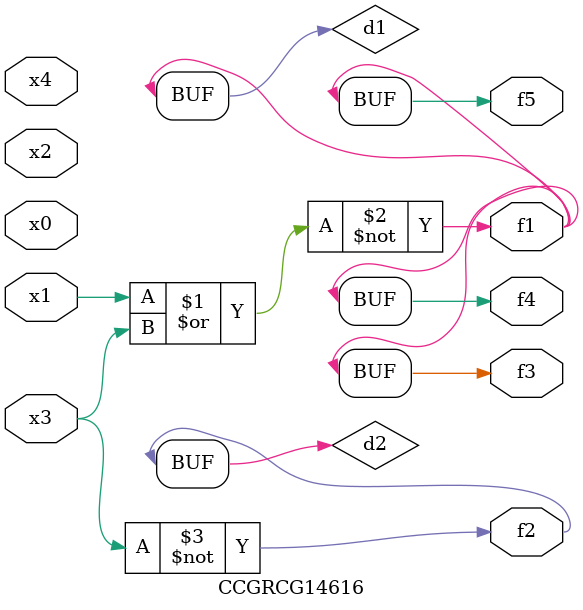
<source format=v>
module CCGRCG14616(
	input x0, x1, x2, x3, x4,
	output f1, f2, f3, f4, f5
);

	wire d1, d2;

	nor (d1, x1, x3);
	not (d2, x3);
	assign f1 = d1;
	assign f2 = d2;
	assign f3 = d1;
	assign f4 = d1;
	assign f5 = d1;
endmodule

</source>
